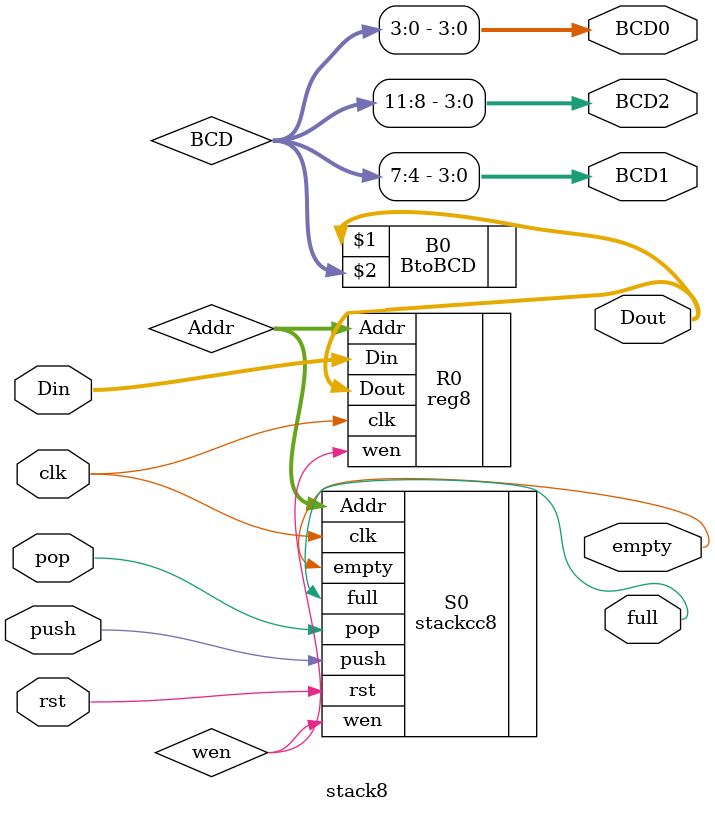
<source format=v>
module stack8(rst,clk,pop,push,Din,Dout,empty,full,BCD0,BCD1,BCD2);
input rst,pop,push,clk;
input [7:0]Din;
output [7:0]Dout;
output empty,full;
wire [11:0]BCD;
output [3:0]BCD0,BCD1,BCD2;
wire [2:0]Addr;
wire wen;
stackcc8 S0(.rst(rst),.push(push),.pop(pop),.clk(clk),.Addr(Addr),.wen(wen),.empty(empty),.full(full));
reg8 R0(.Din(Din),.wen(wen),.clk(clk),.Addr(Addr),.Dout(Dout));
BtoBCD B0(Dout,BCD);
assign {BCD2,BCD1,BCD0}=BCD;
endmodule

</source>
